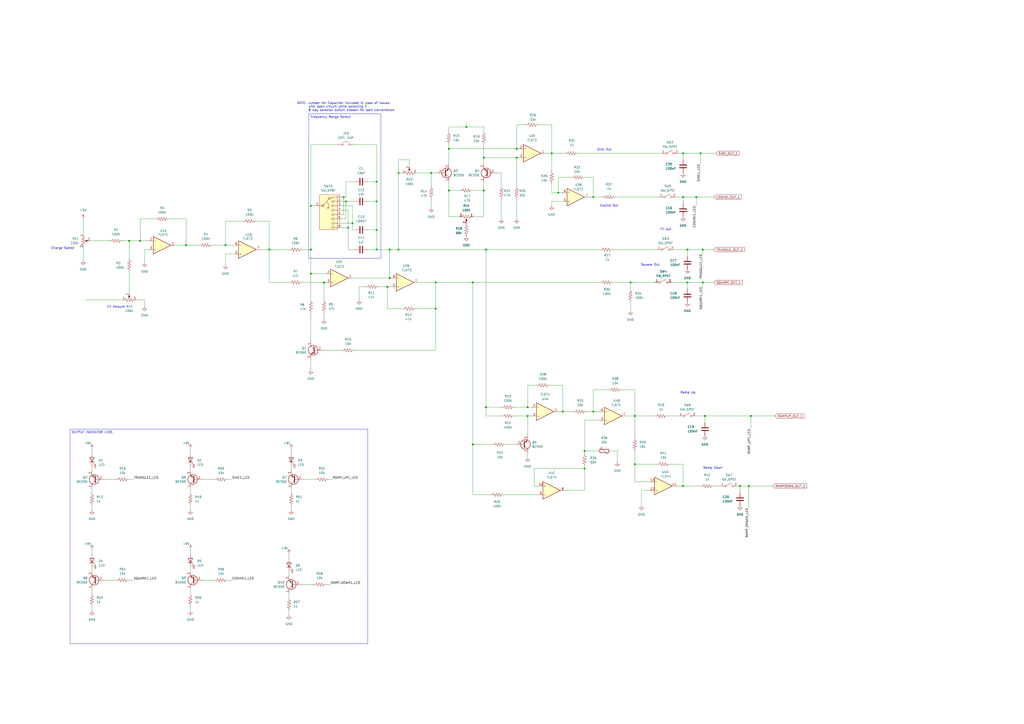
<source format=kicad_sch>
(kicad_sch (version 20231120) (generator "eeschema") (generator_version "8.0")
  (paper "A2")
  (title_block (title "Voice #1") (date "2025-02-15") (rev "1.0.0"))
  (junction (at 339.09 261.62))
  (junction (at 252.73 179.07))
  (junction (at 270.51 73.66))
  (junction (at 74.93 139.7))
  (junction (at 323.85 111.76))
  (junction (at 260.35 86.36))
  (junction (at 299.72 91.44))
  (junction (at 218.44 133.35))
  (junction (at 396.24 114.3))
  (junction (at 252.73 163.83))
  (junction (at 280.67 110.49))
  (junction (at 408.94 241.3))
  (junction (at 299.72 86.36))
  (junction (at 280.67 91.44))
  (junction (at 231.14 144.78))
  (junction (at 187.96 163.83))
  (junction (at 274.32 257.81))
  (junction (at 224.79 166.37))
  (junction (at 201.93 132.08))
  (junction (at 156.21 144.78))
  (junction (at 231.14 100.33))
  (junction (at 365.76 163.83))
  (junction (at 403.86 114.3))
  (junction (at 429.26 281.94))
  (junction (at 180.34 158.75))
  (junction (at 81.28 139.7))
  (junction (at 226.06 144.78))
  (junction (at 396.24 88.9))
  (junction (at 407.67 144.78))
  (junction (at 434.34 281.94))
  (junction (at 204.47 129.54))
  (junction (at 250.19 100.33))
  (junction (at 398.78 163.83))
  (junction (at 396.24 281.94))
  (junction (at 368.3 269.24))
  (junction (at 260.35 110.49))
  (junction (at 226.06 161.29))
  (junction (at 180.34 119.38))
  (junction (at 180.34 144.78))
  (junction (at 368.3 241.3))
  (junction (at 281.94 236.22))
  (junction (at 306.07 241.3))
  (junction (at 406.4 88.9))
  (junction (at 274.32 163.83))
  (junction (at 326.39 238.76))
  (junction (at 200.66 116.84))
  (junction (at 435.61 241.3))
  (junction (at 218.44 144.78))
  (junction (at 107.95 142.24))
  (junction (at 320.04 88.9))
  (junction (at 218.44 105.41))
  (junction (at 281.94 144.78))
  (junction (at 339.09 271.78))
  (junction (at 199.39 114.3))
  (junction (at 306.07 236.22))
  (junction (at 398.78 144.78))
  (junction (at 344.17 238.76))
  (junction (at 407.67 163.83))
  (junction (at 218.44 116.84))
  (junction (at 130.81 142.24))
  (junction (at 344.17 114.3))
  (wire (pts (xy 224.79 166.37) (xy 227.33 166.37)))
  (wire (pts (xy 368.3 261.62) (xy 368.3 269.24)))
  (wire (pts (xy 396.24 92.71) (xy 396.24 88.9)))
  (wire (pts (xy 60.96 278.13) (xy 67.31 278.13)))
  (wire (pts (xy 365.76 163.83) (xy 379.73 163.83)))
  (wire (pts (xy 200.66 114.3) (xy 199.39 114.3)))
  (wire (pts (xy 335.28 88.9) (xy 383.54 88.9)))
  (wire (pts (xy 280.67 91.44) (xy 299.72 91.44)))
  (wire (pts (xy 311.15 223.52) (xy 306.07 223.52)))
  (wire (pts (xy 231.14 100.33) (xy 233.68 100.33)))
  (wire (pts (xy 83.82 152.4) (xy 83.82 144.78)))
  (wire (pts (xy 180.34 83.82) (xy 195.58 83.82)))
  (wire (pts (xy 118.11 278.13) (xy 124.46 278.13)))
  (wire (pts (xy 53.34 295.91) (xy 53.34 293.37)))
  (wire (pts (xy 74.93 139.7) (xy 81.28 139.7)))
  (wire (pts (xy 168.91 285.75) (xy 168.91 283.21)))
  (wire (pts (xy 205.74 203.2) (xy 252.73 203.2)))
  (wire (pts (xy 218.44 116.84) (xy 218.44 133.35)))
  (wire (pts (xy 274.32 257.81) (xy 274.32 163.83)))
  (wire (pts (xy 83.82 173.99) (xy 78.74 173.99)))
  (wire (pts (xy 198.12 121.92) (xy 201.93 121.92)))
  (wire (pts (xy 53.34 354.33) (xy 53.34 351.79)))
  (wire (pts (xy 110.49 344.17) (xy 110.49 341.63)))
  (wire (pts (xy 318.77 223.52) (xy 326.39 223.52)))
  (wire (pts (xy 309.88 271.78) (xy 309.88 281.94)))
  (wire (pts (xy 408.94 241.3) (xy 435.61 241.3)))
  (wire (pts (xy 219.71 166.37) (xy 224.79 166.37)))
  (wire (pts (xy 198.12 132.08) (xy 201.93 132.08)))
  (wire (pts (xy 306.07 252.73) (xy 306.07 241.3)))
  (wire (pts (xy 252.73 203.2) (xy 252.73 179.07)))
  (wire (pts (xy 167.64 163.83) (xy 156.21 163.83)))
  (wire (pts (xy 107.95 142.24) (xy 115.57 142.24)))
  (wire (pts (xy 110.49 295.91) (xy 110.49 293.37)))
  (wire (pts (xy 280.67 125.73) (xy 280.67 110.49)))
  (wire (pts (xy 110.49 328.93) (xy 110.49 331.47)))
  (wire (pts (xy 156.21 144.78) (xy 167.64 144.78)))
  (wire (pts (xy 204.47 119.38) (xy 204.47 129.54)))
  (wire (pts (xy 189.23 339.09) (xy 191.77 339.09)))
  (wire (pts (xy 81.28 139.7) (xy 86.36 139.7)))
  (wire (pts (xy 368.3 226.06) (xy 368.3 241.3)))
  (wire (pts (xy 204.47 133.35) (xy 205.74 133.35)))
  (wire (pts (xy 81.28 127) (xy 81.28 139.7)))
  (wire (pts (xy 53.34 318.77) (xy 53.34 321.31)))
  (wire (pts (xy 398.78 163.83) (xy 407.67 163.83)))
  (wire (pts (xy 250.19 120.65) (xy 250.19 115.57)))
  (wire (pts (xy 110.49 260.35) (xy 110.49 262.89)))
  (wire (pts (xy 208.28 173.99) (xy 208.28 166.37)))
  (wire (pts (xy 306.07 236.22) (xy 308.61 236.22)))
  (wire (pts (xy 180.34 158.75) (xy 180.34 173.99)))
  (wire (pts (xy 187.96 163.83) (xy 189.23 163.83)))
  (wire (pts (xy 306.07 241.3) (xy 308.61 241.3)))
  (wire (pts (xy 323.85 111.76) (xy 326.39 111.76)))
  (wire (pts (xy 306.07 223.52) (xy 306.07 236.22)))
  (wire (pts (xy 280.67 83.82) (xy 280.67 91.44)))
  (wire (pts (xy 204.47 129.54) (xy 204.47 133.35)))
  (wire (pts (xy 365.76 163.83) (xy 365.76 167.64)))
  (wire (pts (xy 83.82 144.78) (xy 86.36 144.78)))
  (wire (pts (xy 407.67 147.32) (xy 407.67 144.78)))
  (wire (pts (xy 218.44 133.35) (xy 218.44 144.78)))
  (wire (pts (xy 299.72 72.39) (xy 304.8 72.39)))
  (wire (pts (xy 309.88 281.94) (xy 312.42 281.94)))
  (wire (pts (xy 233.68 179.07) (xy 224.79 179.07)))
  (wire (pts (xy 180.34 158.75) (xy 189.23 158.75)))
  (wire (pts (xy 107.95 127) (xy 107.95 142.24)))
  (wire (pts (xy 368.3 269.24) (xy 381 269.24)))
  (wire (pts (xy 326.39 238.76) (xy 332.74 238.76)))
  (wire (pts (xy 200.66 116.84) (xy 205.74 116.84)))
  (wire (pts (xy 270.51 73.66) (xy 280.67 73.66)))
  (wire (pts (xy 132.08 336.55) (xy 134.62 336.55)))
  (wire (pts (xy 140.97 128.27) (xy 130.81 128.27)))
  (wire (pts (xy 299.72 91.44) (xy 300.99 91.44)))
  (wire (pts (xy 403.86 114.3) (xy 403.86 119.38)))
  (wire (pts (xy 48.26 127) (xy 48.26 135.89)))
  (wire (pts (xy 326.39 238.76) (xy 323.85 238.76)))
  (wire (pts (xy 231.14 144.78) (xy 226.06 144.78)))
  (wire (pts (xy 224.79 179.07) (xy 224.79 166.37)))
  (wire (pts (xy 290.83 127) (xy 290.83 115.57)))
  (wire (pts (xy 344.17 102.87) (xy 339.09 102.87)))
  (wire (pts (xy 270.51 71.12) (xy 270.51 73.66)))
  (wire (pts (xy 280.67 105.41) (xy 280.67 110.49)))
  (wire (pts (xy 368.3 279.4) (xy 377.19 279.4)))
  (wire (pts (xy 434.34 281.94) (xy 434.34 294.64)))
  (wire (pts (xy 208.28 166.37) (xy 212.09 166.37)))
  (wire (pts (xy 180.34 119.38) (xy 182.88 119.38)))
  (wire (pts (xy 187.96 173.99) (xy 187.96 163.83)))
  (wire (pts (xy 396.24 281.94) (xy 392.43 281.94)))
  (wire (pts (xy 299.72 127) (xy 299.72 115.57)))
  (wire (pts (xy 187.96 185.42) (xy 187.96 181.61)))
  (wire (pts (xy 213.36 144.78) (xy 218.44 144.78)))
  (wire (pts (xy 320.04 88.9) (xy 320.04 99.06)))
  (wire (pts (xy 389.89 163.83) (xy 398.78 163.83)))
  (wire (pts (xy 156.21 144.78) (xy 151.13 144.78)))
  (wire (pts (xy 429.26 281.94) (xy 434.34 281.94)))
  (wire (pts (xy 260.35 83.82) (xy 260.35 86.36)))
  (wire (pts (xy 213.36 105.41) (xy 218.44 105.41)))
  (wire (pts (xy 356.87 114.3) (xy 382.27 114.3)))
  (wire (pts (xy 398.78 144.78) (xy 407.67 144.78)))
  (wire (pts (xy 260.35 110.49) (xy 266.7 110.49)))
  (wire (pts (xy 403.86 114.3) (xy 414.02 114.3)))
  (wire (pts (xy 339.09 243.84) (xy 347.98 243.84)))
  (wire (pts (xy 358.14 261.62) (xy 354.33 261.62)))
  (wire (pts (xy 396.24 269.24) (xy 396.24 281.94)))
  (wire (pts (xy 200.66 127) (xy 200.66 116.84)))
  (wire (pts (xy 252.73 163.83) (xy 274.32 163.83)))
  (wire (pts (xy 327.66 284.48) (xy 339.09 284.48)))
  (wire (pts (xy 320.04 88.9) (xy 316.23 88.9)))
  (wire (pts (xy 148.59 128.27) (xy 156.21 128.27)))
  (wire (pts (xy 226.06 144.78) (xy 226.06 161.29)))
  (wire (pts (xy 71.12 139.7) (xy 74.93 139.7)))
  (wire (pts (xy 387.35 241.3) (xy 393.7 241.3)))
  (wire (pts (xy 406.4 88.9) (xy 415.29 88.9)))
  (wire (pts (xy 53.34 270.51) (xy 53.34 273.05)))
  (wire (pts (xy 290.83 241.3) (xy 281.94 241.3)))
  (wire (pts (xy 190.5 278.13) (xy 193.04 278.13)))
  (wire (pts (xy 372.11 293.37) (xy 372.11 284.48)))
  (wire (pts (xy 355.6 144.78) (xy 381 144.78)))
  (wire (pts (xy 306.07 265.43) (xy 306.07 262.89)))
  (wire (pts (xy 339.09 271.78) (xy 309.88 271.78)))
  (wire (pts (xy 180.34 119.38) (xy 180.34 144.78)))
  (wire (pts (xy 365.76 175.26) (xy 365.76 180.34)))
  (wire (pts (xy 231.14 92.71) (xy 231.14 100.33)))
  (wire (pts (xy 280.67 73.66) (xy 280.67 76.2)))
  (wire (pts (xy 393.7 88.9) (xy 396.24 88.9)))
  (wire (pts (xy 175.26 144.78) (xy 180.34 144.78)))
  (wire (pts (xy 176.53 278.13) (xy 182.88 278.13)))
  (wire (pts (xy 266.7 125.73) (xy 260.35 125.73)))
  (wire (pts (xy 231.14 144.78) (xy 231.14 100.33)))
  (wire (pts (xy 398.78 167.64) (xy 398.78 163.83)))
  (wire (pts (xy 280.67 91.44) (xy 280.67 95.25)))
  (wire (pts (xy 320.04 116.84) (xy 326.39 116.84)))
  (wire (pts (xy 167.64 321.31) (xy 167.64 323.85)))
  (wire (pts (xy 298.45 241.3) (xy 306.07 241.3)))
  (wire (pts (xy 284.48 287.02) (xy 274.32 287.02)))
  (wire (pts (xy 368.3 241.3) (xy 368.3 254)))
  (wire (pts (xy 168.91 295.91) (xy 168.91 293.37)))
  (wire (pts (xy 344.17 226.06) (xy 344.17 238.76)))
  (wire (pts (xy 427.99 281.94) (xy 429.26 281.94)))
  (wire (pts (xy 218.44 83.82) (xy 205.74 83.82)))
  (wire (pts (xy 90.17 127) (xy 81.28 127)))
  (wire (pts (xy 83.82 177.8) (xy 83.82 173.99)))
  (wire (pts (xy 408.94 245.11) (xy 408.94 241.3)))
  (wire (pts (xy 167.64 346.71) (xy 167.64 344.17)))
  (wire (pts (xy 349.25 114.3) (xy 344.17 114.3)))
  (wire (pts (xy 198.12 129.54) (xy 204.47 129.54)))
  (wire (pts (xy 226.06 161.29) (xy 227.33 161.29)))
  (wire (pts (xy 74.93 149.86) (xy 74.93 139.7)))
  (wire (pts (xy 299.72 86.36) (xy 300.99 86.36)))
  (wire (pts (xy 218.44 105.41) (xy 218.44 83.82)))
  (wire (pts (xy 175.26 339.09) (xy 181.61 339.09)))
  (wire (pts (xy 368.3 269.24) (xy 368.3 279.4)))
  (wire (pts (xy 198.12 124.46) (xy 199.39 124.46)))
  (wire (pts (xy 344.17 114.3) (xy 344.17 102.87)))
  (wire (pts (xy 323.85 102.87) (xy 323.85 111.76)))
  (wire (pts (xy 53.34 344.17) (xy 53.34 341.63)))
  (wire (pts (xy 218.44 144.78) (xy 226.06 144.78)))
  (wire (pts (xy 396.24 281.94) (xy 406.4 281.94)))
  (wire (pts (xy 205.74 105.41) (xy 200.66 105.41)))
  (wire (pts (xy 167.64 356.87) (xy 167.64 354.33)))
  (wire (pts (xy 204.47 161.29) (xy 226.06 161.29)))
  (wire (pts (xy 407.67 144.78) (xy 414.02 144.78)))
  (wire (pts (xy 260.35 105.41) (xy 260.35 110.49)))
  (wire (pts (xy 358.14 267.97) (xy 358.14 261.62)))
  (wire (pts (xy 201.93 144.78) (xy 205.74 144.78)))
  (wire (pts (xy 74.93 278.13) (xy 77.47 278.13)))
  (wire (pts (xy 320.04 111.76) (xy 323.85 111.76)))
  (wire (pts (xy 290.83 107.95) (xy 290.83 100.33)))
  (wire (pts (xy 331.47 102.87) (xy 323.85 102.87)))
  (wire (pts (xy 396.24 118.11) (xy 396.24 114.3)))
  (wire (pts (xy 281.94 144.78) (xy 347.98 144.78)))
  (wire (pts (xy 320.04 119.38) (xy 320.04 116.84)))
  (wire (pts (xy 130.81 147.32) (xy 135.89 147.32)))
  (wire (pts (xy 200.66 105.41) (xy 200.66 114.3)))
  (wire (pts (xy 435.61 241.3) (xy 449.58 241.3)))
  (wire (pts (xy 168.91 270.51) (xy 168.91 273.05)))
  (wire (pts (xy 130.81 142.24) (xy 123.19 142.24)))
  (wire (pts (xy 388.62 269.24) (xy 396.24 269.24)))
  (wire (pts (xy 252.73 179.07) (xy 252.73 163.83)))
  (wire (pts (xy 252.73 163.83) (xy 242.57 163.83)))
  (wire (pts (xy 299.72 86.36) (xy 299.72 72.39)))
  (wire (pts (xy 110.49 318.77) (xy 110.49 321.31)))
  (wire (pts (xy 274.32 163.83) (xy 347.98 163.83)))
  (wire (pts (xy 434.34 281.94) (xy 448.31 281.94)))
  (wire (pts (xy 320.04 88.9) (xy 327.66 88.9)))
  (wire (pts (xy 274.32 287.02) (xy 274.32 257.81)))
  (wire (pts (xy 130.81 153.67) (xy 130.81 147.32)))
  (wire (pts (xy 156.21 163.83) (xy 156.21 144.78)))
  (wire (pts (xy 299.72 91.44) (xy 299.72 107.95)))
  (wire (pts (xy 414.02 281.94) (xy 417.83 281.94)))
  (wire (pts (xy 274.32 110.49) (xy 280.67 110.49)))
  (wire (pts (xy 339.09 262.89) (xy 339.09 261.62)))
  (wire (pts (xy 110.49 354.33) (xy 110.49 351.79)))
  (wire (pts (xy 285.75 257.81) (xy 274.32 257.81)))
  (wire (pts (xy 391.16 144.78) (xy 398.78 144.78)))
  (wire (pts (xy 396.24 114.3) (xy 403.86 114.3)))
  (wire (pts (xy 435.61 248.92) (xy 435.61 241.3)))
  (wire (pts (xy 110.49 285.75) (xy 110.49 283.21)))
  (wire (pts (xy 355.6 163.83) (xy 365.76 163.83)))
  (wire (pts (xy 320.04 106.68) (xy 320.04 111.76)))
  (wire (pts (xy 52.07 139.7) (xy 63.5 139.7)))
  (wire (pts (xy 260.35 86.36) (xy 260.35 95.25)))
  (wire (pts (xy 132.08 278.13) (xy 134.62 278.13)))
  (wire (pts (xy 326.39 223.52) (xy 326.39 238.76)))
  (wire (pts (xy 48.26 143.51) (xy 48.26 151.13)))
  (wire (pts (xy 298.45 236.22) (xy 306.07 236.22)))
  (wire (pts (xy 168.91 260.35) (xy 168.91 262.89)))
  (wire (pts (xy 175.26 163.83) (xy 187.96 163.83)))
  (wire (pts (xy 198.12 127) (xy 200.66 127)))
  (wire (pts (xy 199.39 124.46) (xy 199.39 114.3)))
  (wire (pts (xy 407.67 166.37) (xy 407.67 163.83)))
  (wire (pts (xy 198.12 119.38) (xy 204.47 119.38)))
  (wire (pts (xy 281.94 144.78) (xy 281.94 236.22)))
  (wire (pts (xy 180.34 181.61) (xy 180.34 198.12)))
  (wire (pts (xy 392.43 114.3) (xy 396.24 114.3)))
  (wire (pts (xy 180.34 119.38) (xy 180.34 83.82)))
  (wire (pts (xy 218.44 105.41) (xy 218.44 116.84)))
  (wire (pts (xy 74.93 170.18) (xy 74.93 157.48)))
  (wire (pts (xy 237.49 96.52) (xy 237.49 92.71)))
  (wire (pts (xy 312.42 287.02) (xy 292.1 287.02)))
  (wire (pts (xy 344.17 114.3) (xy 341.63 114.3)))
  (wire (pts (xy 320.04 72.39) (xy 320.04 88.9)))
  (wire (pts (xy 406.4 88.9) (xy 406.4 95.25)))
  (wire (pts (xy 293.37 257.81) (xy 298.45 257.81)))
  (wire (pts (xy 107.95 142.24) (xy 101.6 142.24)))
  (wire (pts (xy 53.34 285.75) (xy 53.34 283.21)))
  (wire (pts (xy 396.24 88.9) (xy 406.4 88.9)))
  (wire (pts (xy 274.32 125.73) (xy 280.67 125.73)))
  (wire (pts (xy 281.94 241.3) (xy 281.94 236.22)))
  (wire (pts (xy 368.3 241.3) (xy 379.73 241.3)))
  (wire (pts (xy 201.93 132.08) (xy 201.93 144.78)))
  (wire (pts (xy 260.35 73.66) (xy 270.51 73.66)))
  (wire (pts (xy 312.42 72.39) (xy 320.04 72.39)))
  (wire (pts (xy 344.17 238.76) (xy 347.98 238.76)))
  (wire (pts (xy 398.78 148.59) (xy 398.78 144.78)))
  (wire (pts (xy 53.34 260.35) (xy 53.34 262.89)))
  (wire (pts (xy 130.81 128.27) (xy 130.81 142.24)))
  (wire (pts (xy 231.14 144.78) (xy 281.94 144.78)))
  (wire (pts (xy 260.35 86.36) (xy 299.72 86.36)))
  (wire (pts (xy 368.3 241.3) (xy 363.22 241.3)))
  (wire (pts (xy 339.09 261.62) (xy 346.71 261.62)))
  (wire (pts (xy 403.86 241.3) (xy 408.94 241.3)))
  (wire (pts (xy 167.64 331.47) (xy 167.64 334.01)))
  (wire (pts (xy 53.34 328.93) (xy 53.34 331.47)))
  (wire (pts (xy 339.09 261.62) (xy 339.09 243.84)))
  (wire (pts (xy 49.53 173.99) (xy 71.12 173.99)))
  (wire (pts (xy 110.49 270.51) (xy 110.49 273.05)))
  (wire (pts (xy 74.93 336.55) (xy 77.47 336.55)))
  (wire (pts (xy 237.49 92.71) (xy 231.14 92.71)))
  (wire (pts (xy 198.12 116.84) (xy 200.66 116.84)))
  (wire (pts (xy 281.94 236.22) (xy 290.83 236.22)))
  (wire (pts (xy 180.34 144.78) (xy 180.34 158.75)))
  (wire (pts (xy 199.39 114.3) (xy 198.12 114.3)))
  (wire (pts (xy 187.96 203.2) (xy 198.12 203.2)))
  (wire (pts (xy 360.68 226.06) (xy 368.3 226.06)))
  (wire (pts (xy 339.09 270.51) (xy 339.09 271.78)))
  (wire (pts (xy 201.93 121.92) (xy 201.93 132.08)))
  (wire (pts (xy 252.73 100.33) (xy 250.19 100.33)))
  (wire (pts (xy 97.79 127) (xy 107.95 127)))
  (wire (pts (xy 241.3 179.07) (xy 252.73 179.07)))
  (wire (pts (xy 339.09 284.48) (xy 339.09 271.78)))
  (wire (pts (xy 372.11 284.48) (xy 377.19 284.48)))
  (wire (pts (xy 60.96 336.55) (xy 67.31 336.55)))
  (wire (pts (xy 250.19 100.33) (xy 250.19 107.95)))
  (wire (pts (xy 290.83 100.33) (xy 288.29 100.33)))
  (wire (pts (xy 213.36 133.35) (xy 218.44 133.35)))
  (wire (pts (xy 241.3 100.33) (xy 250.19 100.33)))
  (wire (pts (xy 353.06 226.06) (xy 344.17 226.06)))
  (wire (pts (xy 429.26 285.75) (xy 429.26 281.94)))
  (wire (pts (xy 340.36 238.76) (xy 344.17 238.76)))
  (wire (pts (xy 260.35 110.49) (xy 260.35 125.73)))
  (wire (pts (xy 260.35 76.2) (xy 260.35 73.66)))
  (wire (pts (xy 156.21 128.27) (xy 156.21 144.78)))
  (wire (pts (xy 213.36 116.84) (xy 218.44 116.84)))
  (wire (pts (xy 407.67 163.83) (xy 414.02 163.83)))
  (wire (pts (xy 135.89 142.24) (xy 130.81 142.24)))
  (wire (pts (xy 118.11 336.55) (xy 124.46 336.55)))
  (wire (pts (xy 180.34 208.28) (xy 180.34 214.63)))
  (text_box "Frequency Range Select" (at 179.07 66.04 0) (size 41.91 83.82) (effects (font (size 1.27 1.27)) (justify left top)))
  (text_box "OUTPUT INDICATOR LEDS" (at 40.64 248.92 0) (size 172.72 124.46) (effects (font (size 1.27 1.27)) (justify left top)))
  (text "NOTE: Jumper for Capacitor included in case of issues\n	  with open circuit while selecting C\n	  8 way selector switch chosen for part convenience" (at 172.212 61.976 0) (effects (font (size 1.27 1.27)) (justify left)))
  (text "Charge Speed" (at 36.322 144.018 0) (effects (font (size 1.27 1.27))))
  (text "CV Amount" (at 67.31 178.054 0) (effects (font (size 1.27 1.27))))
  (text "Square Out" (at 377.19 153.67 0) (effects (font (size 1.27 1.27))))
  (text "Sine Out" (at 350.52 86.868 0) (effects (font (size 1.27 1.27))))
  (text "Tri out" (at 386.08 133.096 0) (effects (font (size 1.27 1.27))))
  (text "Cosine Out" (at 353.314 119.38 0) (effects (font (size 1.27 1.27))))
  (text "Ramp Up" (at 399.034 227.838 0) (effects (font (size 1.27 1.27))))
  (text "Ramp Down" (at 413.512 271.526 0) (effects (font (size 1.27 1.27))))
  (label "SINE1_LED" (at 406.4 95.25 270))
  (label "SQUARE1_LED" (at 407.67 166.37 270))
  (label "RAMP_DOWN1_LED" (at 191.77 339.09 0))
  (label "COSINE1_LED" (at 403.86 119.38 270))
  (label "TRIANGLE1_LED" (at 407.67 147.32 270))
  (label "RAMP_UP1_LED" (at 435.61 248.92 270))
  (label "RAMP_UP1_LED" (at 193.04 278.13 0))
  (label "SQUARE1_LED" (at 77.47 336.55 0))
  (label "COSINE1_LED" (at 134.62 336.55 0))
  (label "RAMP_DOWN1_LED" (at 434.34 294.64 270))
  (label "TRIANGLE1_LED" (at 77.47 278.13 0))
  (label "SINE1_LED" (at 134.62 278.13 0))
  (global_label "COSINE_OUT_1" (shape input) (at 414.02 114.3 0) (property "Intersheetrefs" "${INTERSHEET_REFS}" (effects (hide yes))))
  (global_label "TRIANGLE_OUT_1" (shape input) (at 414.02 144.78 0) (property "Intersheetrefs" "${INTERSHEET_REFS}" (effects (hide yes))))
  (global_label "SQUARE_OUT_1" (shape input) (at 414.02 163.83 0) (property "Intersheetrefs" "${INTERSHEET_REFS}" (effects (hide yes))))
  (global_label "RAMPDOWN_OUT_1" (shape input) (at 448.31 281.94 0) (property "Intersheetrefs" "${INTERSHEET_REFS}" (effects (hide yes))))
  (global_label "SINE_OUT_1" (shape input) (at 415.29 88.9 0) (property "Intersheetrefs" "${INTERSHEET_REFS}" (effects (hide yes))))
  (global_label "RAMPUP_OUT_1" (shape input) (at 449.58 241.3 0) (property "Intersheetrefs" "${INTERSHEET_REFS}" (effects (hide yes))))
  (symbol (lib_id "power:GND") (at 110.49 354.33 0) (unit 1)
    (property "Reference" "#PWR041" (effects (hide yes)))
    (property "Value" "GND" (at 110.49 359.41 0))
    (property "Description" "Power symbol creates a global label with name \"GND\" , ground" (effects (hide yes)))
  )
  (symbol (lib_id "Device:C") (at 429.26 289.56 0) (unit 1)
    (property "Reference" "C20" (at 419.1 288.29 0) (effects (justify left)))
    (property "Value" "100nF" (at 419.1 290.83 0) (effects (justify left)))
    (property "Description" "Unpolarized capacitor" (effects (hide yes)))
  )
  (symbol (lib_id "Device:R_Potentiometer_US") (at 48.26 139.7 0) (unit 1)
    (property "Reference" "RV1" (at 45.72 138.4299 0) (effects (justify right)))
    (property "Value" "100k" (at 45.72 140.9699 0) (effects (justify right)))
    (property "Description" "Potentiometer, US symbol" (effects (hide yes)))
  )
  (symbol (lib_id "Device:C") (at 209.55 105.41 90) (unit 1)
    (property "Reference" "C1" (at 209.55 97.79 90))
    (property "Value" "10pF" (at 209.55 100.33 90))
    (property "Description" "Unpolarized capacitor" (effects (hide yes)))
  )
  (symbol (lib_id "Device:R_US") (at 110.49 289.56 180) (unit 1)
    (property "Reference" "R49" (at 113.03 288.2899 0) (effects (justify right)))
    (property "Value" "1k" (at 113.03 290.8299 0) (effects (justify right)))
    (property "Description" "Resistor, US symbol" (effects (hide yes)))
  )
  (symbol (lib_id "power:+9V") (at 110.49 318.77 0) (unit 1)
    (property "Reference" "#PWR040" (effects (hide yes)))
    (property "Value" "+9V" (at 107.95 315.468 0))
    (property "Description" "Power symbol creates a global label with name \"+9V\"" (effects (hide yes)))
  )
  (symbol (lib_id "Device:R_US") (at 270.51 110.49 90) (unit 1)
    (property "Reference" "R17" (at 271.018 113.792 90))
    (property "Value" "470" (at 271.018 116.332 90))
    (property "Description" "Resistor, US symbol" (effects (hide yes)))
  )
  (symbol (lib_id "Amplifier_Operational:TL072") (at 143.51 144.78 0) (mirror x) (unit 2)
    (property "Reference" "U1" (at 144.272 136.144 0))
    (property "Value" "TL072" (at 143.764 138.43 0))
    (property "Datasheet" "http://www.ti.com/lit/ds/symlink/tl071.pdf" (effects (hide yes)))
    (property "Description" "Dual Low-Noise JFET-Input Operational Amplifiers, DIP-8/SOIC-8" (effects (hide yes)))
  )
  (symbol (lib_id "power:GND") (at 408.94 252.73 0) (unit 1)
    (property "Reference" "#PWR032" (effects (hide yes)))
    (property "Value" "GND" (at 408.94 257.81 0))
    (property "Description" "Power symbol creates a global label with name \"GND\" , ground" (effects (hide yes)))
  )
  (symbol (lib_id "Transistor_BJT:BC550") (at 170.18 339.09 180) (unit 1)
    (property "Reference" "Q10" (at 165.1 337.8199 0) (effects (justify left)))
    (property "Value" "BC550" (at 165.1 340.3599 0) (effects (justify left)))
    (property "Footprint" "Package_TO_SOT_THT:TO-92_Inline" (effects (hide yes)))
    (property "Datasheet" "https://www.onsemi.com/pub/Collateral/BC550-D.pdf" (effects (hide yes)))
    (property "Description" "0.1A Ic, 45V Vce, Small Signal NPN Transistor, TO-92" (effects (hide yes)))
  )
  (symbol (lib_id "power:GND") (at 270.51 137.16 0) (unit 1)
    (property "Reference" "#PWR015" (effects (hide yes)))
    (property "Value" "GND" (at 270.51 142.24 0))
    (property "Description" "Power symbol creates a global label with name \"GND\" , ground" (effects (hide yes)))
  )
  (symbol (lib_id "Device:C") (at 396.24 121.92 0) (unit 1)
    (property "Reference" "C16" (at 386.08 120.65 0) (effects (justify left)))
    (property "Value" "100nF" (at 386.08 123.19 0) (effects (justify left)))
    (property "Description" "Unpolarized capacitor" (effects (hide yes)))
  )
  (symbol (lib_id "Device:R_US") (at 71.12 336.55 90) (unit 1)
    (property "Reference" "R54" (at 71.12 330.2 90))
    (property "Value" "10k" (at 71.12 332.74 90))
    (property "Description" "Resistor, US symbol" (effects (hide yes)))
  )
  (symbol (lib_id "Device:C") (at 209.55 144.78 270) (unit 1)
    (property "Reference" "C14" (at 209.55 137.922 90))
    (property "Value" "1uF" (at 209.55 140.462 90))
    (property "Description" "Unpolarized capacitor" (effects (hide yes)))
  )
  (symbol (lib_id "power:GND") (at 83.82 177.8 0) (unit 1)
    (property "Reference" "#PWR06" (effects (hide yes)))
    (property "Value" "GND" (at 83.82 182.88 0))
    (property "Description" "Power symbol creates a global label with name \"GND\" , ground" (effects (hide yes)))
  )
  (symbol (lib_id "Device:R_US") (at 365.76 171.45 180) (unit 1)
    (property "Reference" "R34" (at 368.3 170.1799 0) (effects (justify right)))
    (property "Value" "100k" (at 368.3 172.7199 0) (effects (justify right)))
    (property "Description" "Resistor, US symbol" (effects (hide yes)))
  )
  (symbol (lib_id "Device:R_US") (at 144.78 128.27 90) (unit 1)
    (property "Reference" "R5" (at 144.78 121.92 90))
    (property "Value" "100k" (at 144.78 124.46 90))
    (property "Description" "Resistor, US symbol" (effects (hide yes)))
  )
  (symbol (lib_id "power:GND") (at 372.11 293.37 0) (unit 1)
    (property "Reference" "#PWR022" (effects (hide yes)))
    (property "Value" "GND" (at 372.11 298.45 0))
    (property "Description" "Power symbol creates a global label with name \"GND\" , ground" (effects (hide yes)))
  )
  (symbol (lib_id "power:GND") (at 130.81 153.67 0) (unit 1)
    (property "Reference" "#PWR07" (effects (hide yes)))
    (property "Value" "GND" (at 130.81 158.75 0))
    (property "Description" "Power symbol creates a global label with name \"GND\" , ground" (effects (hide yes)))
  )
  (symbol (lib_id "Device:R_US") (at 383.54 241.3 90) (unit 1)
    (property "Reference" "R40" (at 383.54 234.95 90))
    (property "Value" "1k" (at 383.54 237.49 90))
    (property "Description" "Resistor, US symbol" (effects (hide yes)))
  )
  (symbol (lib_id "Device:R_US") (at 368.3 257.81 180) (unit 1)
    (property "Reference" "R39" (at 370.84 256.5399 0) (effects (justify right)))
    (property "Value" "10k" (at 370.84 259.0799 0) (effects (justify right)))
    (property "Description" "Resistor, US symbol" (effects (hide yes)))
  )
  (symbol (lib_id "Amplifier_Operational:TL072") (at 196.85 161.29 0) (mirror x) (unit 1)
    (property "Reference" "U2" (at 196.596 151.892 0))
    (property "Value" "TL072" (at 196.85 154.686 0))
    (property "Datasheet" "http://www.ti.com/lit/ds/symlink/tl071.pdf" (effects (hide yes)))
    (property "Description" "Dual Low-Noise JFET-Input Operational Amplifiers, DIP-8/SOIC-8" (effects (hide yes)))
  )
  (symbol (lib_id "power:GND") (at 398.78 156.21 0) (unit 1)
    (property "Reference" "#PWR030" (effects (hide yes)))
    (property "Value" "GND" (at 398.78 161.29 0))
    (property "Description" "Power symbol creates a global label with name \"GND\" , ground" (effects (hide yes)))
  )
  (symbol (lib_id "power:+9V") (at 48.26 127 0) (unit 1)
    (property "Reference" "#PWR01" (effects (hide yes)))
    (property "Value" "+9V" (at 48.26 121.92 0))
    (property "Description" "Power symbol creates a global label with name \"+9V\"" (effects (hide yes)))
  )
  (symbol (lib_id "Device:R_US") (at 53.34 347.98 180) (unit 1)
    (property "Reference" "R53" (at 55.88 346.7099 0) (effects (justify right)))
    (property "Value" "1k" (at 55.88 349.2499 0) (effects (justify right)))
    (property "Description" "Resistor, US symbol" (effects (hide yes)))
  )
  (symbol (lib_id "Device:C") (at 398.78 152.4 0) (unit 1)
    (property "Reference" "C17" (at 388.62 151.13 0) (effects (justify left)))
    (property "Value" "100nF" (at 388.62 153.67 0) (effects (justify left)))
    (property "Description" "Unpolarized capacitor" (effects (hide yes)))
  )
  (symbol (lib_id "CustomSymbols:SW_SP8T") (at 190.5 119.38 0) (unit 1)
    (property "Reference" "SW15" (at 190.5 107.95 0))
    (property "Value" "SW_SP8T" (at 190.5 110.49 0))
    (property "Footprint" "Button_Switch_THT:SW_NKK_NR01" (effects (hide yes)))
    (property "Description" "Rotary SP8T switch" (effects (hide yes)))
  )
  (symbol (lib_id "Device:R_US") (at 294.64 241.3 90) (unit 1)
    (property "Reference" "R24" (at 294.64 245.364 90))
    (property "Value" "100k" (at 294.64 247.904 90))
    (property "Description" "Resistor, US symbol" (effects (hide yes)))
  )
  (symbol (lib_id "Device:C") (at 396.24 96.52 0) (unit 1)
    (property "Reference" "C35" (at 386.08 95.25 0) (effects (justify left)))
    (property "Value" "100nF" (at 386.08 97.79 0) (effects (justify left)))
    (property "Description" "Unpolarized capacitor" (effects (hide yes)))
  )
  (symbol (lib_id "Device:R_US") (at 320.04 102.87 0) (unit 1)
    (property "Reference" "R29" (at 315.722 102.108 0))
    (property "Value" "10k" (at 315.722 104.648 0))
    (property "Description" "Resistor, US symbol" (effects (hide yes)))
  )
  (symbol (lib_id "Device:LED") (at 53.34 325.12 90) (unit 1)
    (property "Reference" "D4" (at 57.15 325.4374 90) (effects (justify right)))
    (property "Value" "LED" (at 57.15 327.9774 90) (effects (justify right)))
    (property "Description" "Light emitting diode" (effects (hide yes)))
  )
  (symbol (lib_id "Switch:SW_SPST") (at 387.35 114.3 0) (unit 1)
    (property "Reference" "SW5" (at 387.35 107.95 0))
    (property "Value" "SW_SPST" (at 387.35 110.49 0))
    (property "Description" "Single Pole Single Throw (SPST) switch" (effects (hide yes)))
  )
  (symbol (lib_id "Device:C") (at 209.55 116.84 270) (unit 1)
    (property "Reference" "C12" (at 209.55 110.236 90))
    (property "Value" "1nF" (at 209.55 112.776 90))
    (property "Description" "Unpolarized capacitor" (effects (hide yes)))
  )
  (symbol (lib_id "Device:LED") (at 110.49 325.12 90) (unit 1)
    (property "Reference" "D5" (at 114.3 325.4374 90) (effects (justify right)))
    (property "Value" "LED" (at 114.3 327.9774 90) (effects (justify right)))
    (property "Description" "Light emitting diode" (effects (hide yes)))
  )
  (symbol (lib_id "power:GND") (at 53.34 295.91 0) (unit 1)
    (property "Reference" "#PWR012" (effects (hide yes)))
    (property "Value" "GND" (at 53.34 300.99 0))
    (property "Description" "Power symbol creates a global label with name \"GND\" , ground" (effects (hide yes)))
  )
  (symbol (lib_id "Switch:SW_SPST") (at 422.91 281.94 0) (unit 1)
    (property "Reference" "SW7" (at 422.91 275.59 0))
    (property "Value" "SW_SPST" (at 422.91 278.13 0))
    (property "Description" "Single Pole Single Throw (SPST) switch" (effects (hide yes)))
  )
  (symbol (lib_id "Device:R_US") (at 67.31 139.7 90) (unit 1)
    (property "Reference" "R1" (at 67.31 133.35 90))
    (property "Value" "100k" (at 67.31 135.89 90))
    (property "Description" "Resistor, US symbol" (effects (hide yes)))
  )
  (symbol (lib_id "power:GND") (at 320.04 119.38 0) (unit 1)
    (property "Reference" "#PWR019" (effects (hide yes)))
    (property "Value" "GND" (at 320.04 124.46 0))
    (property "Description" "Power symbol creates a global label with name \"GND\" , ground" (effects (hide yes)))
  )
  (symbol (lib_id "Device:R_US") (at 119.38 142.24 90) (unit 1)
    (property "Reference" "R4" (at 119.38 135.89 90))
    (property "Value" "100k" (at 119.38 138.43 90))
    (property "Description" "Resistor, US symbol" (effects (hide yes)))
  )
  (symbol (lib_id "Device:R_Potentiometer_US") (at 237.49 100.33 90) (unit 1)
    (property "Reference" "RV3" (at 237.49 104.14 90))
    (property "Value" "100k" (at 237.49 106.68 90))
    (property "Description" "Potentiometer, US symbol" (effects (hide yes)))
  )
  (symbol (lib_id "power:GND") (at 110.49 295.91 0) (unit 1)
    (property "Reference" "#PWR035" (effects (hide yes)))
    (property "Value" "GND" (at 110.49 300.99 0))
    (property "Description" "Power symbol creates a global label with name \"GND\" , ground" (effects (hide yes)))
  )
  (symbol (lib_id "Device:R_US") (at 288.29 287.02 90) (unit 1)
    (property "Reference" "R20" (at 288.29 291.084 90))
    (property "Value" "100k" (at 288.29 293.624 90))
    (property "Description" "Resistor, US symbol" (effects (hide yes)))
  )
  (symbol (lib_id "power:GND") (at 180.34 214.63 0) (unit 1)
    (property "Reference" "#PWR08" (effects (hide yes)))
    (property "Value" "GND" (at 180.34 219.71 0))
    (property "Description" "Power symbol creates a global label with name \"GND\" , ground" (effects (hide yes)))
  )
  (symbol (lib_id "Device:R_US") (at 180.34 177.8 180) (unit 1)
    (property "Reference" "R8" (at 173.99 176.784 0) (effects (justify right)))
    (property "Value" "47k" (at 173.99 179.324 0) (effects (justify right)))
    (property "Description" "Resistor, US symbol" (effects (hide yes)))
  )
  (symbol (lib_id "Transistor_BJT:BC550") (at 283.21 100.33 180) (unit 1)
    (property "Reference" "Q4" (at 278.13 99.0599 0) (effects (justify left)))
    (property "Value" "BC550" (at 278.13 101.5999 0) (effects (justify left)))
    (property "Footprint" "Package_TO_SOT_THT:TO-92_Inline" (effects (hide yes)))
    (property "Datasheet" "https://www.onsemi.com/pub/Collateral/BC550-D.pdf" (effects (hide yes)))
    (property "Description" "0.1A Ic, 45V Vce, Small Signal NPN Transistor, TO-92" (effects (hide yes)))
  )
  (symbol (lib_id "power:GND") (at 358.14 267.97 0) (unit 1)
    (property "Reference" "#PWR021" (effects (hide yes)))
    (property "Value" "GND" (at 358.14 273.05 0))
    (property "Description" "Power symbol creates a global label with name \"GND\" , ground" (effects (hide yes)))
  )
  (symbol (lib_id "power:GND") (at 429.26 293.37 0) (unit 1)
    (property "Reference" "#PWR033" (effects (hide yes)))
    (property "Value" "GND" (at 429.26 298.45 0))
    (property "Description" "Power symbol creates a global label with name \"GND\" , ground" (effects (hide yes)))
  )
  (symbol (lib_id "Device:R_Potentiometer_US") (at 74.93 173.99 90) (unit 1)
    (property "Reference" "RV2" (at 74.93 177.8 90))
    (property "Value" "100k" (at 74.93 180.34 90))
    (property "Description" "Potentiometer, US symbol" (effects (hide yes)))
  )
  (symbol (lib_id "Transistor_BJT:BC550") (at 257.81 100.33 0) (mirror x) (unit 1)
    (property "Reference" "Q3" (at 262.89 99.0599 0) (effects (justify left)))
    (property "Value" "BC550" (at 262.89 101.5999 0) (effects (justify left)))
    (property "Footprint" "Package_TO_SOT_THT:TO-92_Inline" (effects (hide yes)))
    (property "Datasheet" "https://www.onsemi.com/pub/Collateral/BC550-D.pdf" (effects (hide yes)))
    (property "Description" "0.1A Ic, 45V Vce, Small Signal NPN Transistor, TO-92" (effects (hide yes)))
  )
  (symbol (lib_id "Device:R_US") (at 128.27 336.55 90) (unit 1)
    (property "Reference" "R56" (at 128.27 330.2 90))
    (property "Value" "10k" (at 128.27 332.74 90))
    (property "Description" "Resistor, US symbol" (effects (hide yes)))
  )
  (symbol (lib_id "Switch:SW_SPST") (at 388.62 88.9 0) (unit 1)
    (property "Reference" "SW2" (at 388.62 82.55 0))
    (property "Value" "SW_SPST" (at 388.62 85.09 0))
    (property "Description" "Single Pole Single Throw (SPST) switch" (effects (hide yes)))
  )
  (symbol (lib_id "power:GND") (at 48.26 151.13 0) (unit 1)
    (property "Reference" "#PWR02" (effects (hide yes)))
    (property "Value" "GND" (at 48.26 156.21 0))
    (property "Description" "Power symbol creates a global label with name \"GND\" , ground" (effects (hide yes)))
  )
  (symbol (lib_id "Device:R_US") (at 93.98 127 90) (unit 1)
    (property "Reference" "R3" (at 93.98 120.65 90))
    (property "Value" "100k" (at 93.98 123.19 90))
    (property "Description" "Resistor, US symbol" (effects (hide yes)))
  )
  (symbol (lib_id "Device:R_US") (at 289.56 257.81 90) (unit 1)
    (property "Reference" "R21" (at 290.068 262.636 90))
    (property "Value" "10k" (at 290.068 265.176 90))
    (property "Description" "Resistor, US symbol" (effects (hide yes)))
  )
  (symbol (lib_id "Device:LED") (at 168.91 266.7 90) (unit 1)
    (property "Reference" "D3" (at 172.72 267.0174 90) (effects (justify right)))
    (property "Value" "LED" (at 172.72 269.5574 90) (effects (justify right)))
    (property "Description" "Light emitting diode" (effects (hide yes)))
  )
  (symbol (lib_id "Device:R_US") (at 308.61 72.39 270) (unit 1)
    (property "Reference" "R26" (at 309.118 66.802 90))
    (property "Value" "33k" (at 309.118 69.342 90))
    (property "Description" "Resistor, US symbol" (effects (hide yes)))
  )
  (symbol (lib_id "Device:C") (at 398.78 171.45 0) (unit 1)
    (property "Reference" "C18" (at 388.62 170.18 0) (effects (justify left)))
    (property "Value" "100nF" (at 388.62 172.72 0) (effects (justify left)))
    (property "Description" "Unpolarized capacitor" (effects (hide yes)))
  )
  (symbol (lib_id "Amplifier_Operational:TL072") (at 93.98 142.24 0) (mirror x) (unit 1)
    (property "Reference" "U1" (at 94.742 133.858 0))
    (property "Value" "TL072" (at 94.488 136.144 0))
    (property "Datasheet" "http://www.ti.com/lit/ds/symlink/tl071.pdf" (effects (hide yes)))
    (property "Description" "Dual Low-Noise JFET-Input Operational Amplifiers, DIP-8/SOIC-8" (effects (hide yes)))
  )
  (symbol (lib_id "power:GND") (at 398.78 175.26 0) (unit 1)
    (property "Reference" "#PWR031" (effects (hide yes)))
    (property "Value" "GND" (at 398.78 180.34 0))
    (property "Description" "Power symbol creates a global label with name \"GND\" , ground" (effects (hide yes)))
  )
  (symbol (lib_id "Device:R_US") (at 280.67 80.01 0) (unit 1)
    (property "Reference" "R19" (at 276.352 79.248 0))
    (property "Value" "10k" (at 276.352 81.788 0))
    (property "Description" "Resistor, US symbol" (effects (hide yes)))
  )
  (symbol (lib_id "Device:R_US") (at 314.96 223.52 90) (unit 1)
    (property "Reference" "R28" (at 314.96 217.17 90))
    (property "Value" "100k" (at 314.96 219.71 90))
    (property "Description" "Resistor, US symbol" (effects (hide yes)))
  )
  (symbol (lib_id "Transistor_BJT:BC550") (at 113.03 336.55 180) (unit 1)
    (property "Reference" "Q9" (at 107.95 335.2799 0) (effects (justify left)))
    (property "Value" "BC550" (at 107.95 337.8199 0) (effects (justify left)))
    (property "Footprint" "Package_TO_SOT_THT:TO-92_Inline" (effects (hide yes)))
    (property "Datasheet" "https://www.onsemi.com/pub/Collateral/BC550-D.pdf" (effects (hide yes)))
    (property "Description" "0.1A Ic, 45V Vce, Small Signal NPN Transistor, TO-92" (effects (hide yes)))
  )
  (symbol (lib_id "power:GND") (at 167.64 356.87 0) (unit 1)
    (property "Reference" "#PWR043" (effects (hide yes)))
    (property "Value" "GND" (at 167.64 361.95 0))
    (property "Description" "Power symbol creates a global label with name \"GND\" , ground" (effects (hide yes)))
  )
  (symbol (lib_id "Device:R_US") (at 331.47 88.9 270) (unit 1)
    (property "Reference" "R31" (at 331.724 81.534 90))
    (property "Value" "1k" (at 331.724 84.074 90))
    (property "Description" "Resistor, US symbol" (effects (hide yes)))
  )
  (symbol (lib_id "Amplifier_Operational:TL074") (at 316.23 238.76 0) (mirror x) (unit 1)
    (property "Reference" "U4" (at 316.23 231.394 0))
    (property "Value" "TL074" (at 316.23 228.854 0))
    (property "Datasheet" "http://www.ti.com/lit/ds/symlink/tl071.pdf" (effects (hide yes)))
    (property "Description" "Quad Low-Noise JFET-Input Operational Amplifiers, DIP-14/SOIC-14" (effects (hide yes)))
  )
  (symbol (lib_id "Transistor_BJT:BC550") (at 182.88 203.2 0) (mirror y) (unit 1)
    (property "Reference" "Q1" (at 177.8 201.9299 0) (effects (justify left)))
    (property "Value" "BC550" (at 177.8 204.4699 0) (effects (justify left)))
    (property "Footprint" "Package_TO_SOT_THT:TO-92_Inline" (effects (hide yes)))
    (property "Datasheet" "https://www.onsemi.com/pub/Collateral/BC550-D.pdf" (effects (hide yes)))
    (property "Description" "0.1A Ic, 45V Vce, Small Signal NPN Transistor, TO-92" (effects (hide yes)))
  )
  (symbol (lib_id "Jumper:Jumper_2_Open") (at 200.66 83.82 0) (unit 1) (exclude_from_sim yes)
    (property "Reference" "JP3" (at 200.66 77.47 0))
    (property "Value" "OPT. CAP" (at 200.66 80.01 0))
    (property "Description" "Jumper, 2-pole, open" (effects (hide yes)))
  )
  (symbol (lib_id "Device:R_US") (at 299.72 111.76 180) (unit 1)
    (property "Reference" "R25" (at 303.022 110.744 0))
    (property "Value" "33k" (at 303.022 113.284 0))
    (property "Description" "Resistor, US symbol" (effects (hide yes)))
  )
  (symbol (lib_id "Device:R_US") (at 250.19 111.76 0) (unit 1)
    (property "Reference" "R14" (at 245.872 110.998 0))
    (property "Value" "470" (at 245.872 113.538 0))
    (property "Description" "Resistor, US symbol" (effects (hide yes)))
  )
  (symbol (lib_id "Amplifier_Operational:TL074") (at 355.6 241.3 0) (mirror x) (unit 2)
    (property "Reference" "U4" (at 357.632 232.41 0))
    (property "Value" "TL074" (at 357.378 234.95 0))
    (property "Datasheet" "http://www.ti.com/lit/ds/symlink/tl071.pdf" (effects (hide yes)))
    (property "Description" "Quad Low-Noise JFET-Input Operational Amplifiers, DIP-14/SOIC-14" (effects (hide yes)))
  )
  (symbol (lib_id "Device:R_US") (at 351.79 144.78 270) (unit 1)
    (property "Reference" "R27" (at 352.298 148.082 90))
    (property "Value" "1k" (at 352.298 150.622 90))
    (property "Description" "Resistor, US symbol" (effects (hide yes)))
  )
  (symbol (lib_id "Device:R_US") (at 171.45 163.83 90) (unit 1)
    (property "Reference" "R7" (at 171.45 157.48 90))
    (property "Value" "47k" (at 171.45 160.02 90))
    (property "Description" "Resistor, US symbol" (effects (hide yes)))
  )
  (symbol (lib_id "Amplifier_Operational:TL072") (at 234.95 163.83 0) (mirror x) (unit 2)
    (property "Reference" "U2" (at 235.458 154.178 0))
    (property "Value" "TL072" (at 235.966 156.718 0))
    (property "Datasheet" "http://www.ti.com/lit/ds/symlink/tl071.pdf" (effects (hide yes)))
    (property "Description" "Dual Low-Noise JFET-Input Operational Amplifiers, DIP-8/SOIC-8" (effects (hide yes)))
  )
  (symbol (lib_id "Device:R_US") (at 351.79 163.83 90) (unit 1)
    (property "Reference" "R30" (at 352.044 167.894 90))
    (property "Value" "100k" (at 352.044 170.434 90))
    (property "Description" "Resistor, US symbol" (effects (hide yes)))
  )
  (symbol (lib_id "power:GND") (at 290.83 127 0) (unit 1)
    (property "Reference" "#PWR016" (effects (hide yes)))
    (property "Value" "GND" (at 290.83 132.08 0))
    (property "Description" "Power symbol creates a global label with name \"GND\" , ground" (effects (hide yes)))
  )
  (symbol (lib_id "Device:R_US") (at 384.81 269.24 270) (unit 1)
    (property "Reference" "R41" (at 384.81 262.89 90))
    (property "Value" "10k" (at 384.81 265.43 90))
    (property "Description" "Resistor, US symbol" (effects (hide yes)))
  )
  (symbol (lib_id "Device:R_US") (at 335.28 102.87 270) (unit 1)
    (property "Reference" "R32" (at 334.772 97.028 90))
    (property "Value" "10k" (at 334.772 99.568 90))
    (property "Description" "Resistor, US symbol" (effects (hide yes)))
  )
  (symbol (lib_id "power:+9V") (at 167.64 321.31 0) (unit 1)
    (property "Reference" "#PWR042" (effects (hide yes)))
    (property "Value" "+9V" (at 165.1 318.008 0))
    (property "Description" "Power symbol creates a global label with name \"+9V\"" (effects (hide yes)))
  )
  (symbol (lib_id "Device:R_US") (at 110.49 347.98 180) (unit 1)
    (property "Reference" "R55" (at 113.03 346.7099 0) (effects (justify right)))
    (property "Value" "1k" (at 113.03 349.2499 0) (effects (justify right)))
    (property "Description" "Resistor, US symbol" (effects (hide yes)))
  )
  (symbol (lib_id "power:GND") (at 187.96 185.42 0) (unit 1)
    (property "Reference" "#PWR09" (effects (hide yes)))
    (property "Value" "GND" (at 187.96 190.5 0))
    (property "Description" "Power symbol creates a global label with name \"GND\" , ground" (effects (hide yes)))
  )
  (symbol (lib_id "Device:R_US") (at 215.9 166.37 270) (unit 1)
    (property "Reference" "R11" (at 215.392 169.926 90))
    (property "Value" "47k" (at 215.392 172.466 90))
    (property "Description" "Resistor, US symbol" (effects (hide yes)))
  )
  (symbol (lib_id "Switch:SW_SPST") (at 384.81 163.83 0) (unit 1)
    (property "Reference" "SW4" (at 384.81 157.48 0))
    (property "Value" "SW_SPST" (at 384.81 160.02 0))
    (property "Description" "Single Pole Single Throw (SPST) switch" (effects (hide yes)))
  )
  (symbol (lib_id "Device:R_US") (at 185.42 339.09 90) (unit 1)
    (property "Reference" "R58" (at 185.42 332.74 90))
    (property "Value" "10k" (at 185.42 335.28 90))
    (property "Description" "Resistor, US symbol" (effects (hide yes)))
  )
  (symbol (lib_id "Device:R_US") (at 336.55 238.76 90) (unit 1)
    (property "Reference" "R33" (at 336.55 232.41 90))
    (property "Value" "20k" (at 336.55 234.95 90))
    (property "Description" "Resistor, US symbol" (effects (hide yes)))
  )
  (symbol (lib_id "Switch:SW_SPST") (at 386.08 144.78 0) (unit 1)
    (property "Reference" "SW3" (at 386.08 138.43 0))
    (property "Value" "SW_SPST" (at 386.08 140.97 0))
    (property "Description" "Single Pole Single Throw (SPST) switch" (effects (hide yes)))
  )
  (symbol (lib_id "Device:LED") (at 167.64 327.66 90) (unit 1)
    (property "Reference" "D6" (at 171.45 327.9774 90) (effects (justify right)))
    (property "Value" "LED" (at 171.45 330.5174 90) (effects (justify right)))
    (property "Description" "Light emitting diode" (effects (hide yes)))
  )
  (symbol (lib_id "Device:R_US") (at 201.93 203.2 90) (unit 1)
    (property "Reference" "R10" (at 201.93 196.85 90))
    (property "Value" "10k" (at 201.93 199.39 90))
    (property "Description" "Resistor, US symbol" (effects (hide yes)))
  )
  (symbol (lib_id "Device:R_US") (at 353.06 114.3 270) (unit 1)
    (property "Reference" "R37" (at 353.314 106.934 90))
    (property "Value" "1k" (at 353.314 109.474 90))
    (property "Description" "Resistor, US symbol" (effects (hide yes)))
  )
  (symbol (lib_id "Device:LED") (at 110.49 266.7 90) (unit 1)
    (property "Reference" "D2" (at 114.3 267.0174 90) (effects (justify right)))
    (property "Value" "LED" (at 114.3 269.5574 90) (effects (justify right)))
    (property "Description" "Light emitting diode" (effects (hide yes)))
  )
  (symbol (lib_id "Device:R_US") (at 339.09 266.7 180) (unit 1)
    (property "Reference" "R35" (at 344.17 265.684 0))
    (property "Value" "50k" (at 344.17 268.224 0))
    (property "Description" "Resistor, US symbol" (effects (hide yes)))
  )
  (symbol (lib_id "Device:R_US") (at 356.87 226.06 90) (unit 1)
    (property "Reference" "R38" (at 356.87 219.71 90))
    (property "Value" "10k" (at 356.87 222.25 90))
    (property "Description" "Resistor, US symbol" (effects (hide yes)))
  )
  (symbol (lib_id "power:GND") (at 299.72 127 0) (unit 1)
    (property "Reference" "#PWR017" (effects (hide yes)))
    (property "Value" "GND" (at 299.72 132.08 0))
    (property "Description" "Power symbol creates a global label with name \"GND\" , ground" (effects (hide yes)))
  )
  (symbol (lib_id "Device:R_US") (at 71.12 278.13 90) (unit 1)
    (property "Reference" "R16" (at 71.12 271.78 90))
    (property "Value" "10k" (at 71.12 274.32 90))
    (property "Description" "Resistor, US symbol" (effects (hide yes)))
  )
  (symbol (lib_id "Device:LED") (at 53.34 266.7 90) (unit 1)
    (property "Reference" "D1" (at 57.15 267.0174 90) (effects (justify right)))
    (property "Value" "LED" (at 57.15 269.5574 90) (effects (justify right)))
    (property "Description" "Light emitting diode" (effects (hide yes)))
  )
  (symbol (lib_id "power:GND") (at 250.19 120.65 0) (unit 1)
    (property "Reference" "#PWR013" (effects (hide yes)))
    (property "Value" "GND" (at 250.19 125.73 0))
    (property "Description" "Power symbol creates a global label with name \"GND\" , ground" (effects (hide yes)))
  )
  (symbol (lib_id "Device:R_Potentiometer_US") (at 270.51 125.73 270) (unit 1)
    (property "Reference" "RV4" (at 270.51 119.38 90))
    (property "Value" "100k" (at 270.51 121.92 90))
    (property "Description" "Potentiometer, US symbol" (effects (hide yes)))
  )
  (symbol (lib_id "Device:R_US") (at 74.93 153.67 180) (unit 1)
    (property "Reference" "R2" (at 67.31 152.654 0) (effects (justify right)))
    (property "Value" "100k" (at 67.31 155.194 0) (effects (justify right)))
    (property "Description" "Resistor, US symbol" (effects (hide yes)))
  )
  (symbol (lib_id "Device:R_US") (at 186.69 278.13 90) (unit 1)
    (property "Reference" "R52" (at 186.69 271.78 90))
    (property "Value" "10k" (at 186.69 274.32 90))
    (property "Description" "Resistor, US symbol" (effects (hide yes)))
  )
  (symbol (lib_id "power:+9V") (at 168.91 260.35 0) (unit 1)
    (property "Reference" "#PWR036" (effects (hide yes)))
    (property "Value" "+9V" (at 166.37 257.048 0))
    (property "Description" "Power symbol creates a global label with name \"+9V\"" (effects (hide yes)))
  )
  (symbol (lib_id "power:GND") (at 208.28 173.99 0) (unit 1)
    (property "Reference" "#PWR010" (effects (hide yes)))
    (property "Value" "GND" (at 208.28 179.07 0))
    (property "Description" "Power symbol creates a global label with name \"GND\" , ground" (effects (hide yes)))
  )
  (symbol (lib_id "Amplifier_Operational:TL072") (at 334.01 114.3 0) (mirror x) (unit 2)
    (property "Reference" "U3" (at 335.534 107.188 0))
    (property "Value" "TL072" (at 335.534 109.728 0))
    (property "Datasheet" "http://www.ti.com/lit/ds/symlink/tl071.pdf" (effects (hide yes)))
    (property "Description" "Dual Low-Noise JFET-Input Operational Amplifiers, DIP-8/SOIC-8" (effects (hide yes)))
  )
  (symbol (lib_id "power:GND") (at 365.76 180.34 0) (unit 1)
    (property "Reference" "#PWR020" (effects (hide yes)))
    (property "Value" "GND" (at 365.76 185.42 0))
    (property "Description" "Power symbol creates a global label with name \"GND\" , ground" (effects (hide yes)))
  )
  (symbol (lib_id "Device:R_US") (at 260.35 80.01 0) (unit 1)
    (property "Reference" "R15" (at 264.668 78.74 0))
    (property "Value" "10k" (at 264.668 81.28 0))
    (property "Description" "Resistor, US symbol" (effects (hide yes)))
  )
  (symbol (lib_id "Transistor_BJT:BC550") (at 171.45 278.13 180) (unit 1)
    (property "Reference" "Q7" (at 166.37 276.8599 0) (effects (justify left)))
    (property "Value" "BC550" (at 166.37 279.3999 0) (effects (justify left)))
    (property "Footprint" "Package_TO_SOT_THT:TO-92_Inline" (effects (hide yes)))
    (property "Datasheet" "https://www.onsemi.com/pub/Collateral/BC550-D.pdf" (effects (hide yes)))
    (property "Description" "0.1A Ic, 45V Vce, Small Signal NPN Transistor, TO-92" (effects (hide yes)))
  )
  (symbol (lib_id "Transistor_BJT:BC550") (at 303.53 257.81 0) (mirror x) (unit 1)
    (property "Reference" "Q5" (at 308.61 256.5399 0) (effects (justify left)))
    (property "Value" "BC550" (at 308.61 259.0799 0) (effects (justify left)))
    (property "Footprint" "Package_TO_SOT_THT:TO-92_Inline" (effects (hide yes)))
    (property "Datasheet" "https://www.onsemi.com/pub/Collateral/BC550-D.pdf" (effects (hide yes)))
    (property "Description" "0.1A Ic, 45V Vce, Small Signal NPN Transistor, TO-92" (effects (hide yes)))
  )
  (symbol (lib_id "Device:R_US") (at 128.27 278.13 90) (unit 1)
    (property "Reference" "R50" (at 128.27 271.78 90))
    (property "Value" "10k" (at 128.27 274.32 90))
    (property "Description" "Resistor, US symbol" (effects (hide yes)))
  )
  (symbol (lib_id "Device:R_US") (at 187.96 177.8 180) (unit 1)
    (property "Reference" "R9" (at 190.5 176.5299 0) (effects (justify right)))
    (property "Value" "47k" (at 190.5 179.0699 0) (effects (justify right)))
    (property "Description" "Resistor, US symbol" (effects (hide yes)))
  )
  (symbol (lib_id "power:GND") (at 83.82 152.4 0) (unit 1)
    (property "Reference" "#PWR03" (effects (hide yes)))
    (property "Value" "GND" (at 83.82 157.48 0))
    (property "Description" "Power symbol creates a global label with name \"GND\" , ground" (effects (hide yes)))
  )
  (symbol (lib_id "power:+9V") (at 53.34 318.77 0) (unit 1)
    (property "Reference" "#PWR038" (effects (hide yes)))
    (property "Value" "+9V" (at 50.8 315.468 0))
    (property "Description" "Power symbol creates a global label with name \"+9V\"" (effects (hide yes)))
  )
  (symbol (lib_id "Device:R_US") (at 290.83 111.76 180) (unit 1)
    (property "Reference" "R22" (at 294.132 110.744 0))
    (property "Value" "470" (at 294.132 113.284 0))
    (property "Description" "Resistor, US symbol" (effects (hide yes)))
  )
  (symbol (lib_id "Transistor_BJT:BC550") (at 113.03 278.13 180) (unit 1)
    (property "Reference" "Q6" (at 107.95 276.8599 0) (effects (justify left)))
    (property "Value" "BC550" (at 107.95 279.3999 0) (effects (justify left)))
    (property "Footprint" "Package_TO_SOT_THT:TO-92_Inline" (effects (hide yes)))
    (property "Datasheet" "https://www.onsemi.com/pub/Collateral/BC550-D.pdf" (effects (hide yes)))
    (property "Description" "0.1A Ic, 45V Vce, Small Signal NPN Transistor, TO-92" (effects (hide yes)))
  )
  (symbol (lib_id "Device:R_Trim") (at 350.52 261.62 90) (unit 1)
    (property "Reference" "R36" (at 350.52 254 90))
    (property "Value" "20k" (at 350.52 256.54 90))
    (property "Description" "Trimmable resistor (preset resistor)" (effects (hide yes)))
  )
  (symbol (lib_id "Device:R_US") (at 270.51 133.35 0) (unit 1)
    (property "Reference" "R18" (at 266.192 132.588 0))
    (property "Value" "68k" (at 266.192 135.128 0))
    (property "Description" "Resistor, US symbol" (effects (hide yes)))
  )
  (symbol (lib_id "power:GND") (at 168.91 295.91 0) (unit 1)
    (property "Reference" "#PWR037" (effects (hide yes)))
    (property "Value" "GND" (at 168.91 300.99 0))
    (property "Description" "Power symbol creates a global label with name \"GND\" , ground" (effects (hide yes)))
  )
  (symbol (lib_id "power:GND") (at 53.34 354.33 0) (unit 1)
    (property "Reference" "#PWR039" (effects (hide yes)))
    (property "Value" "GND" (at 53.34 359.41 0))
    (property "Description" "Power symbol creates a global label with name \"GND\" , ground" (effects (hide yes)))
  )
  (symbol (lib_id "Amplifier_Operational:TL072") (at 308.61 88.9 0) (mirror x) (unit 1)
    (property "Reference" "U3" (at 308.61 78.74 0))
    (property "Value" "TL072" (at 308.61 81.28 0))
    (property "Datasheet" "http://www.ti.com/lit/ds/symlink/tl071.pdf" (effects (hide yes)))
    (property "Description" "Dual Low-Noise JFET-Input Operational Amplifiers, DIP-8/SOIC-8" (effects (hide yes)))
  )
  (symbol (lib_id "power:+9V") (at 53.34 260.35 0) (unit 1)
    (property "Reference" "#PWR011" (effects (hide yes)))
    (property "Value" "+9V" (at 50.8 257.048 0))
    (property "Description" "Power symbol creates a global label with name \"+9V\"" (effects (hide yes)))
  )
  (symbol (lib_id "Transistor_BJT:BC550") (at 55.88 336.55 180) (unit 1)
    (property "Reference" "Q8" (at 50.8 335.2799 0) (effects (justify left)))
    (property "Value" "BC550" (at 50.8 337.8199 0) (effects (justify left)))
    (property "Footprint" "Package_TO_SOT_THT:TO-92_Inline" (effects (hide yes)))
    (property "Datasheet" "https://www.onsemi.com/pub/Collateral/BC550-D.pdf" (effects (hide yes)))
    (property "Description" "0.1A Ic, 45V Vce, Small Signal NPN Transistor, TO-92" (effects (hide yes)))
  )
  (symbol (lib_id "power:+9V") (at 110.49 260.35 0) (unit 1)
    (property "Reference" "#PWR034" (effects (hide yes)))
    (property "Value" "+9V" (at 107.95 257.048 0))
    (property "Description" "Power symbol creates a global label with name \"+9V\"" (effects (hide yes)))
  )
  (symbol (lib_id "power:GND") (at 306.07 265.43 0) (unit 1)
    (property "Reference" "#PWR018" (effects (hide yes)))
    (property "Value" "GND" (at 306.07 270.51 0))
    (property "Description" "Power symbol creates a global label with name \"GND\" , ground" (effects (hide yes)))
  )
  (symbol (lib_id "Device:R_US") (at 53.34 289.56 180) (unit 1)
    (property "Reference" "R13" (at 55.88 288.2899 0) (effects (justify right)))
    (property "Value" "1k" (at 55.88 290.8299 0) (effects (justify right)))
    (property "Description" "Resistor, US symbol" (effects (hide yes)))
  )
  (symbol (lib_id "Device:R_US") (at 237.49 179.07 270) (unit 1)
    (property "Reference" "R12" (at 236.982 182.626 90))
    (property "Value" "47k" (at 236.982 185.166 90))
    (property "Description" "Resistor, US symbol" (effects (hide yes)))
  )
  (symbol (lib_id "power:GND") (at 396.24 125.73 0) (unit 1)
    (property "Reference" "#PWR029" (effects (hide yes)))
    (property "Value" "GND" (at 396.24 130.81 0))
    (property "Description" "Power symbol creates a global label with name \"GND\" , ground" (effects (hide yes)))
  )
  (symbol (lib_id "Device:C") (at 209.55 133.35 270) (unit 1)
    (property "Reference" "C13" (at 209.55 125.73 90))
    (property "Value" "100nF" (at 209.55 128.27 90))
    (property "Description" "Unpolarized capacitor" (effects (hide yes)))
  )
  (symbol (lib_id "Device:R_US") (at 168.91 289.56 180) (unit 1)
    (property "Reference" "R51" (at 171.45 288.2899 0) (effects (justify right)))
    (property "Value" "1k" (at 171.45 290.8299 0) (effects (justify right)))
    (property "Description" "Resistor, US symbol" (effects (hide yes)))
  )
  (symbol (lib_id "Amplifier_Operational:TL074") (at 320.04 284.48 0) (unit 3)
    (property "Reference" "U4" (at 320.04 274.32 0))
    (property "Value" "TL074" (at 320.04 276.86 0))
    (property "Datasheet" "http://www.ti.com/lit/ds/symlink/tl071.pdf" (effects (hide yes)))
    (property "Description" "Quad Low-Noise JFET-Input Operational Amplifiers, DIP-14/SOIC-14" (effects (hide yes)))
  )
  (symbol (lib_id "Transistor_BJT:BC550") (at 55.88 278.13 180) (unit 1)
    (property "Reference" "Q2" (at 50.8 276.8599 0) (effects (justify left)))
    (property "Value" "BC550" (at 50.8 279.3999 0) (effects (justify left)))
    (property "Footprint" "Package_TO_SOT_THT:TO-92_Inline" (effects (hide yes)))
    (property "Datasheet" "https://www.onsemi.com/pub/Collateral/BC550-D.pdf" (effects (hide yes)))
    (property "Description" "0.1A Ic, 45V Vce, Small Signal NPN Transistor, TO-92" (effects (hide yes)))
  )
  (symbol (lib_id "Device:R_US") (at 167.64 350.52 180) (unit 1)
    (property "Reference" "R57" (at 170.18 349.2499 0) (effects (justify right)))
    (property "Value" "1k" (at 170.18 351.7899 0) (effects (justify right)))
    (property "Description" "Resistor, US symbol" (effects (hide yes)))
  )
  (symbol (lib_id "Device:R_US") (at 171.45 144.78 90) (unit 1)
    (property "Reference" "R6" (at 171.45 138.43 90))
    (property "Value" "100k" (at 171.45 140.97 90))
    (property "Description" "Resistor, US symbol" (effects (hide yes)))
  )
  (symbol (lib_id "Amplifier_Operational:TL074") (at 384.81 281.94 0) (mirror x) (unit 4)
    (property "Reference" "U4" (at 385.826 273.812 0))
    (property "Value" "TL074" (at 386.334 276.352 0))
    (property "Datasheet" "http://www.ti.com/lit/ds/symlink/tl071.pdf" (effects (hide yes)))
    (property "Description" "Quad Low-Noise JFET-Input Operational Amplifiers, DIP-14/SOIC-14" (effects (hide yes)))
  )
  (symbol (lib_id "power:GND") (at 396.24 100.33 0) (unit 1)
    (property "Reference" "#PWR0108" (effects (hide yes)))
    (property "Value" "GND" (at 396.24 105.41 0))
    (property "Description" "Power symbol creates a global label with name \"GND\" , ground" (effects (hide yes)))
  )
  (symbol (lib_id "Switch:SW_SPST") (at 398.78 241.3 0) (unit 1)
    (property "Reference" "SW6" (at 398.78 234.95 0))
    (property "Value" "SW_SPST" (at 398.78 237.49 0))
    (property "Description" "Single Pole Single Throw (SPST) switch" (effects (hide yes)))
  )
  (symbol (lib_id "Device:R_US") (at 294.64 236.22 90) (unit 1)
    (property "Reference" "R23" (at 294.64 229.87 90))
    (property "Value" "100k" (at 294.64 232.41 90))
    (property "Description" "Resistor, US symbol" (effects (hide yes)))
  )
  (symbol (lib_id "Device:C") (at 408.94 248.92 0) (unit 1)
    (property "Reference" "C19" (at 398.78 247.65 0) (effects (justify left)))
    (property "Value" "100nF" (at 398.78 250.19 0) (effects (justify left)))
    (property "Description" "Unpolarized capacitor" (effects (hide yes)))
  )
  (symbol (lib_id "Device:R_US") (at 410.21 281.94 270) (unit 1)
    (property "Reference" "R42" (at 410.21 275.59 90))
    (property "Value" "1k" (at 410.21 278.13 90))
    (property "Description" "Resistor, US symbol" (effects (hide yes)))
  )
)
</source>
